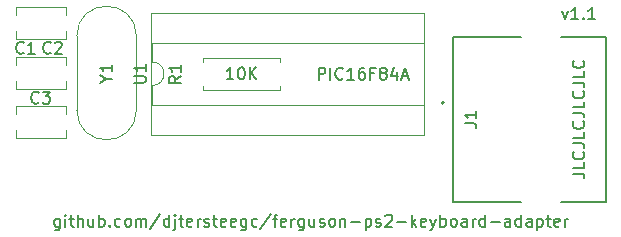
<source format=gbr>
%TF.GenerationSoftware,KiCad,Pcbnew,(6.0.11)*%
%TF.CreationDate,2023-09-03T11:13:33-05:00*%
%TF.ProjectId,ps2-to-parallel-keyboard-adapter,7073322d-746f-42d7-9061-72616c6c656c,rev?*%
%TF.SameCoordinates,Original*%
%TF.FileFunction,Legend,Top*%
%TF.FilePolarity,Positive*%
%FSLAX46Y46*%
G04 Gerber Fmt 4.6, Leading zero omitted, Abs format (unit mm)*
G04 Created by KiCad (PCBNEW (6.0.11)) date 2023-09-03 11:13:33*
%MOMM*%
%LPD*%
G01*
G04 APERTURE LIST*
%ADD10C,0.150000*%
%ADD11C,0.120000*%
%ADD12C,0.127000*%
%ADD13C,0.200000*%
G04 APERTURE END LIST*
D10*
X189825380Y-108759047D02*
X190539666Y-108759047D01*
X190682523Y-108806666D01*
X190777761Y-108901904D01*
X190825380Y-109044761D01*
X190825380Y-109140000D01*
X190825380Y-107806666D02*
X190825380Y-108282857D01*
X189825380Y-108282857D01*
X190730142Y-106901904D02*
X190777761Y-106949523D01*
X190825380Y-107092380D01*
X190825380Y-107187619D01*
X190777761Y-107330476D01*
X190682523Y-107425714D01*
X190587285Y-107473333D01*
X190396809Y-107520952D01*
X190253952Y-107520952D01*
X190063476Y-107473333D01*
X189968238Y-107425714D01*
X189873000Y-107330476D01*
X189825380Y-107187619D01*
X189825380Y-107092380D01*
X189873000Y-106949523D01*
X189920619Y-106901904D01*
X189825380Y-106187619D02*
X190539666Y-106187619D01*
X190682523Y-106235238D01*
X190777761Y-106330476D01*
X190825380Y-106473333D01*
X190825380Y-106568571D01*
X190825380Y-105235238D02*
X190825380Y-105711428D01*
X189825380Y-105711428D01*
X190730142Y-104330476D02*
X190777761Y-104378095D01*
X190825380Y-104520952D01*
X190825380Y-104616190D01*
X190777761Y-104759047D01*
X190682523Y-104854285D01*
X190587285Y-104901904D01*
X190396809Y-104949523D01*
X190253952Y-104949523D01*
X190063476Y-104901904D01*
X189968238Y-104854285D01*
X189873000Y-104759047D01*
X189825380Y-104616190D01*
X189825380Y-104520952D01*
X189873000Y-104378095D01*
X189920619Y-104330476D01*
X189825380Y-103616190D02*
X190539666Y-103616190D01*
X190682523Y-103663809D01*
X190777761Y-103759047D01*
X190825380Y-103901904D01*
X190825380Y-103997142D01*
X190825380Y-102663809D02*
X190825380Y-103140000D01*
X189825380Y-103140000D01*
X190730142Y-101759047D02*
X190777761Y-101806666D01*
X190825380Y-101949523D01*
X190825380Y-102044761D01*
X190777761Y-102187619D01*
X190682523Y-102282857D01*
X190587285Y-102330476D01*
X190396809Y-102378095D01*
X190253952Y-102378095D01*
X190063476Y-102330476D01*
X189968238Y-102282857D01*
X189873000Y-102187619D01*
X189825380Y-102044761D01*
X189825380Y-101949523D01*
X189873000Y-101806666D01*
X189920619Y-101759047D01*
X189825380Y-101044761D02*
X190539666Y-101044761D01*
X190682523Y-101092380D01*
X190777761Y-101187619D01*
X190825380Y-101330476D01*
X190825380Y-101425714D01*
X190825380Y-100092380D02*
X190825380Y-100568571D01*
X189825380Y-100568571D01*
X190730142Y-99187619D02*
X190777761Y-99235238D01*
X190825380Y-99378095D01*
X190825380Y-99473333D01*
X190777761Y-99616190D01*
X190682523Y-99711428D01*
X190587285Y-99759047D01*
X190396809Y-99806666D01*
X190253952Y-99806666D01*
X190063476Y-99759047D01*
X189968238Y-99711428D01*
X189873000Y-99616190D01*
X189825380Y-99473333D01*
X189825380Y-99378095D01*
X189873000Y-99235238D01*
X189920619Y-99187619D01*
X146401904Y-112561714D02*
X146401904Y-113371238D01*
X146354285Y-113466476D01*
X146306666Y-113514095D01*
X146211428Y-113561714D01*
X146068571Y-113561714D01*
X145973333Y-113514095D01*
X146401904Y-113180761D02*
X146306666Y-113228380D01*
X146116190Y-113228380D01*
X146020952Y-113180761D01*
X145973333Y-113133142D01*
X145925714Y-113037904D01*
X145925714Y-112752190D01*
X145973333Y-112656952D01*
X146020952Y-112609333D01*
X146116190Y-112561714D01*
X146306666Y-112561714D01*
X146401904Y-112609333D01*
X146878095Y-113228380D02*
X146878095Y-112561714D01*
X146878095Y-112228380D02*
X146830476Y-112276000D01*
X146878095Y-112323619D01*
X146925714Y-112276000D01*
X146878095Y-112228380D01*
X146878095Y-112323619D01*
X147211428Y-112561714D02*
X147592380Y-112561714D01*
X147354285Y-112228380D02*
X147354285Y-113085523D01*
X147401904Y-113180761D01*
X147497142Y-113228380D01*
X147592380Y-113228380D01*
X147925714Y-113228380D02*
X147925714Y-112228380D01*
X148354285Y-113228380D02*
X148354285Y-112704571D01*
X148306666Y-112609333D01*
X148211428Y-112561714D01*
X148068571Y-112561714D01*
X147973333Y-112609333D01*
X147925714Y-112656952D01*
X149259047Y-112561714D02*
X149259047Y-113228380D01*
X148830476Y-112561714D02*
X148830476Y-113085523D01*
X148878095Y-113180761D01*
X148973333Y-113228380D01*
X149116190Y-113228380D01*
X149211428Y-113180761D01*
X149259047Y-113133142D01*
X149735238Y-113228380D02*
X149735238Y-112228380D01*
X149735238Y-112609333D02*
X149830476Y-112561714D01*
X150020952Y-112561714D01*
X150116190Y-112609333D01*
X150163809Y-112656952D01*
X150211428Y-112752190D01*
X150211428Y-113037904D01*
X150163809Y-113133142D01*
X150116190Y-113180761D01*
X150020952Y-113228380D01*
X149830476Y-113228380D01*
X149735238Y-113180761D01*
X150640000Y-113133142D02*
X150687619Y-113180761D01*
X150640000Y-113228380D01*
X150592380Y-113180761D01*
X150640000Y-113133142D01*
X150640000Y-113228380D01*
X151544761Y-113180761D02*
X151449523Y-113228380D01*
X151259047Y-113228380D01*
X151163809Y-113180761D01*
X151116190Y-113133142D01*
X151068571Y-113037904D01*
X151068571Y-112752190D01*
X151116190Y-112656952D01*
X151163809Y-112609333D01*
X151259047Y-112561714D01*
X151449523Y-112561714D01*
X151544761Y-112609333D01*
X152116190Y-113228380D02*
X152020952Y-113180761D01*
X151973333Y-113133142D01*
X151925714Y-113037904D01*
X151925714Y-112752190D01*
X151973333Y-112656952D01*
X152020952Y-112609333D01*
X152116190Y-112561714D01*
X152259047Y-112561714D01*
X152354285Y-112609333D01*
X152401904Y-112656952D01*
X152449523Y-112752190D01*
X152449523Y-113037904D01*
X152401904Y-113133142D01*
X152354285Y-113180761D01*
X152259047Y-113228380D01*
X152116190Y-113228380D01*
X152878095Y-113228380D02*
X152878095Y-112561714D01*
X152878095Y-112656952D02*
X152925714Y-112609333D01*
X153020952Y-112561714D01*
X153163809Y-112561714D01*
X153259047Y-112609333D01*
X153306666Y-112704571D01*
X153306666Y-113228380D01*
X153306666Y-112704571D02*
X153354285Y-112609333D01*
X153449523Y-112561714D01*
X153592380Y-112561714D01*
X153687619Y-112609333D01*
X153735238Y-112704571D01*
X153735238Y-113228380D01*
X154925714Y-112180761D02*
X154068571Y-113466476D01*
X155687619Y-113228380D02*
X155687619Y-112228380D01*
X155687619Y-113180761D02*
X155592380Y-113228380D01*
X155401904Y-113228380D01*
X155306666Y-113180761D01*
X155259047Y-113133142D01*
X155211428Y-113037904D01*
X155211428Y-112752190D01*
X155259047Y-112656952D01*
X155306666Y-112609333D01*
X155401904Y-112561714D01*
X155592380Y-112561714D01*
X155687619Y-112609333D01*
X156163809Y-112561714D02*
X156163809Y-113418857D01*
X156116190Y-113514095D01*
X156020952Y-113561714D01*
X155973333Y-113561714D01*
X156163809Y-112228380D02*
X156116190Y-112276000D01*
X156163809Y-112323619D01*
X156211428Y-112276000D01*
X156163809Y-112228380D01*
X156163809Y-112323619D01*
X156497142Y-112561714D02*
X156878095Y-112561714D01*
X156640000Y-112228380D02*
X156640000Y-113085523D01*
X156687619Y-113180761D01*
X156782857Y-113228380D01*
X156878095Y-113228380D01*
X157592380Y-113180761D02*
X157497142Y-113228380D01*
X157306666Y-113228380D01*
X157211428Y-113180761D01*
X157163809Y-113085523D01*
X157163809Y-112704571D01*
X157211428Y-112609333D01*
X157306666Y-112561714D01*
X157497142Y-112561714D01*
X157592380Y-112609333D01*
X157640000Y-112704571D01*
X157640000Y-112799809D01*
X157163809Y-112895047D01*
X158068571Y-113228380D02*
X158068571Y-112561714D01*
X158068571Y-112752190D02*
X158116190Y-112656952D01*
X158163809Y-112609333D01*
X158259047Y-112561714D01*
X158354285Y-112561714D01*
X158640000Y-113180761D02*
X158735238Y-113228380D01*
X158925714Y-113228380D01*
X159020952Y-113180761D01*
X159068571Y-113085523D01*
X159068571Y-113037904D01*
X159020952Y-112942666D01*
X158925714Y-112895047D01*
X158782857Y-112895047D01*
X158687619Y-112847428D01*
X158640000Y-112752190D01*
X158640000Y-112704571D01*
X158687619Y-112609333D01*
X158782857Y-112561714D01*
X158925714Y-112561714D01*
X159020952Y-112609333D01*
X159354285Y-112561714D02*
X159735238Y-112561714D01*
X159497142Y-112228380D02*
X159497142Y-113085523D01*
X159544761Y-113180761D01*
X159640000Y-113228380D01*
X159735238Y-113228380D01*
X160449523Y-113180761D02*
X160354285Y-113228380D01*
X160163809Y-113228380D01*
X160068571Y-113180761D01*
X160020952Y-113085523D01*
X160020952Y-112704571D01*
X160068571Y-112609333D01*
X160163809Y-112561714D01*
X160354285Y-112561714D01*
X160449523Y-112609333D01*
X160497142Y-112704571D01*
X160497142Y-112799809D01*
X160020952Y-112895047D01*
X161306666Y-113180761D02*
X161211428Y-113228380D01*
X161020952Y-113228380D01*
X160925714Y-113180761D01*
X160878095Y-113085523D01*
X160878095Y-112704571D01*
X160925714Y-112609333D01*
X161020952Y-112561714D01*
X161211428Y-112561714D01*
X161306666Y-112609333D01*
X161354285Y-112704571D01*
X161354285Y-112799809D01*
X160878095Y-112895047D01*
X162211428Y-112561714D02*
X162211428Y-113371238D01*
X162163809Y-113466476D01*
X162116190Y-113514095D01*
X162020952Y-113561714D01*
X161878095Y-113561714D01*
X161782857Y-113514095D01*
X162211428Y-113180761D02*
X162116190Y-113228380D01*
X161925714Y-113228380D01*
X161830476Y-113180761D01*
X161782857Y-113133142D01*
X161735238Y-113037904D01*
X161735238Y-112752190D01*
X161782857Y-112656952D01*
X161830476Y-112609333D01*
X161925714Y-112561714D01*
X162116190Y-112561714D01*
X162211428Y-112609333D01*
X163116190Y-113180761D02*
X163020952Y-113228380D01*
X162830476Y-113228380D01*
X162735238Y-113180761D01*
X162687619Y-113133142D01*
X162640000Y-113037904D01*
X162640000Y-112752190D01*
X162687619Y-112656952D01*
X162735238Y-112609333D01*
X162830476Y-112561714D01*
X163020952Y-112561714D01*
X163116190Y-112609333D01*
X164259047Y-112180761D02*
X163401904Y-113466476D01*
X164449523Y-112561714D02*
X164830476Y-112561714D01*
X164592380Y-113228380D02*
X164592380Y-112371238D01*
X164640000Y-112276000D01*
X164735238Y-112228380D01*
X164830476Y-112228380D01*
X165544761Y-113180761D02*
X165449523Y-113228380D01*
X165259047Y-113228380D01*
X165163809Y-113180761D01*
X165116190Y-113085523D01*
X165116190Y-112704571D01*
X165163809Y-112609333D01*
X165259047Y-112561714D01*
X165449523Y-112561714D01*
X165544761Y-112609333D01*
X165592380Y-112704571D01*
X165592380Y-112799809D01*
X165116190Y-112895047D01*
X166020952Y-113228380D02*
X166020952Y-112561714D01*
X166020952Y-112752190D02*
X166068571Y-112656952D01*
X166116190Y-112609333D01*
X166211428Y-112561714D01*
X166306666Y-112561714D01*
X167068571Y-112561714D02*
X167068571Y-113371238D01*
X167020952Y-113466476D01*
X166973333Y-113514095D01*
X166878095Y-113561714D01*
X166735238Y-113561714D01*
X166640000Y-113514095D01*
X167068571Y-113180761D02*
X166973333Y-113228380D01*
X166782857Y-113228380D01*
X166687619Y-113180761D01*
X166640000Y-113133142D01*
X166592380Y-113037904D01*
X166592380Y-112752190D01*
X166640000Y-112656952D01*
X166687619Y-112609333D01*
X166782857Y-112561714D01*
X166973333Y-112561714D01*
X167068571Y-112609333D01*
X167973333Y-112561714D02*
X167973333Y-113228380D01*
X167544761Y-112561714D02*
X167544761Y-113085523D01*
X167592380Y-113180761D01*
X167687619Y-113228380D01*
X167830476Y-113228380D01*
X167925714Y-113180761D01*
X167973333Y-113133142D01*
X168401904Y-113180761D02*
X168497142Y-113228380D01*
X168687619Y-113228380D01*
X168782857Y-113180761D01*
X168830476Y-113085523D01*
X168830476Y-113037904D01*
X168782857Y-112942666D01*
X168687619Y-112895047D01*
X168544761Y-112895047D01*
X168449523Y-112847428D01*
X168401904Y-112752190D01*
X168401904Y-112704571D01*
X168449523Y-112609333D01*
X168544761Y-112561714D01*
X168687619Y-112561714D01*
X168782857Y-112609333D01*
X169401904Y-113228380D02*
X169306666Y-113180761D01*
X169259047Y-113133142D01*
X169211428Y-113037904D01*
X169211428Y-112752190D01*
X169259047Y-112656952D01*
X169306666Y-112609333D01*
X169401904Y-112561714D01*
X169544761Y-112561714D01*
X169640000Y-112609333D01*
X169687619Y-112656952D01*
X169735238Y-112752190D01*
X169735238Y-113037904D01*
X169687619Y-113133142D01*
X169640000Y-113180761D01*
X169544761Y-113228380D01*
X169401904Y-113228380D01*
X170163809Y-112561714D02*
X170163809Y-113228380D01*
X170163809Y-112656952D02*
X170211428Y-112609333D01*
X170306666Y-112561714D01*
X170449523Y-112561714D01*
X170544761Y-112609333D01*
X170592380Y-112704571D01*
X170592380Y-113228380D01*
X171068571Y-112847428D02*
X171830476Y-112847428D01*
X172306666Y-112561714D02*
X172306666Y-113561714D01*
X172306666Y-112609333D02*
X172401904Y-112561714D01*
X172592380Y-112561714D01*
X172687619Y-112609333D01*
X172735238Y-112656952D01*
X172782857Y-112752190D01*
X172782857Y-113037904D01*
X172735238Y-113133142D01*
X172687619Y-113180761D01*
X172592380Y-113228380D01*
X172401904Y-113228380D01*
X172306666Y-113180761D01*
X173163809Y-113180761D02*
X173259047Y-113228380D01*
X173449523Y-113228380D01*
X173544761Y-113180761D01*
X173592380Y-113085523D01*
X173592380Y-113037904D01*
X173544761Y-112942666D01*
X173449523Y-112895047D01*
X173306666Y-112895047D01*
X173211428Y-112847428D01*
X173163809Y-112752190D01*
X173163809Y-112704571D01*
X173211428Y-112609333D01*
X173306666Y-112561714D01*
X173449523Y-112561714D01*
X173544761Y-112609333D01*
X173973333Y-112323619D02*
X174020952Y-112276000D01*
X174116190Y-112228380D01*
X174354285Y-112228380D01*
X174449523Y-112276000D01*
X174497142Y-112323619D01*
X174544761Y-112418857D01*
X174544761Y-112514095D01*
X174497142Y-112656952D01*
X173925714Y-113228380D01*
X174544761Y-113228380D01*
X174973333Y-112847428D02*
X175735238Y-112847428D01*
X176211428Y-113228380D02*
X176211428Y-112228380D01*
X176306666Y-112847428D02*
X176592380Y-113228380D01*
X176592380Y-112561714D02*
X176211428Y-112942666D01*
X177401904Y-113180761D02*
X177306666Y-113228380D01*
X177116190Y-113228380D01*
X177020952Y-113180761D01*
X176973333Y-113085523D01*
X176973333Y-112704571D01*
X177020952Y-112609333D01*
X177116190Y-112561714D01*
X177306666Y-112561714D01*
X177401904Y-112609333D01*
X177449523Y-112704571D01*
X177449523Y-112799809D01*
X176973333Y-112895047D01*
X177782857Y-112561714D02*
X178020952Y-113228380D01*
X178259047Y-112561714D02*
X178020952Y-113228380D01*
X177925714Y-113466476D01*
X177878095Y-113514095D01*
X177782857Y-113561714D01*
X178640000Y-113228380D02*
X178640000Y-112228380D01*
X178640000Y-112609333D02*
X178735238Y-112561714D01*
X178925714Y-112561714D01*
X179020952Y-112609333D01*
X179068571Y-112656952D01*
X179116190Y-112752190D01*
X179116190Y-113037904D01*
X179068571Y-113133142D01*
X179020952Y-113180761D01*
X178925714Y-113228380D01*
X178735238Y-113228380D01*
X178640000Y-113180761D01*
X179687619Y-113228380D02*
X179592380Y-113180761D01*
X179544761Y-113133142D01*
X179497142Y-113037904D01*
X179497142Y-112752190D01*
X179544761Y-112656952D01*
X179592380Y-112609333D01*
X179687619Y-112561714D01*
X179830476Y-112561714D01*
X179925714Y-112609333D01*
X179973333Y-112656952D01*
X180020952Y-112752190D01*
X180020952Y-113037904D01*
X179973333Y-113133142D01*
X179925714Y-113180761D01*
X179830476Y-113228380D01*
X179687619Y-113228380D01*
X180878095Y-113228380D02*
X180878095Y-112704571D01*
X180830476Y-112609333D01*
X180735238Y-112561714D01*
X180544761Y-112561714D01*
X180449523Y-112609333D01*
X180878095Y-113180761D02*
X180782857Y-113228380D01*
X180544761Y-113228380D01*
X180449523Y-113180761D01*
X180401904Y-113085523D01*
X180401904Y-112990285D01*
X180449523Y-112895047D01*
X180544761Y-112847428D01*
X180782857Y-112847428D01*
X180878095Y-112799809D01*
X181354285Y-113228380D02*
X181354285Y-112561714D01*
X181354285Y-112752190D02*
X181401904Y-112656952D01*
X181449523Y-112609333D01*
X181544761Y-112561714D01*
X181639999Y-112561714D01*
X182401904Y-113228380D02*
X182401904Y-112228380D01*
X182401904Y-113180761D02*
X182306666Y-113228380D01*
X182116190Y-113228380D01*
X182020952Y-113180761D01*
X181973333Y-113133142D01*
X181925714Y-113037904D01*
X181925714Y-112752190D01*
X181973333Y-112656952D01*
X182020952Y-112609333D01*
X182116190Y-112561714D01*
X182306666Y-112561714D01*
X182401904Y-112609333D01*
X182878095Y-112847428D02*
X183639999Y-112847428D01*
X184544761Y-113228380D02*
X184544761Y-112704571D01*
X184497142Y-112609333D01*
X184401904Y-112561714D01*
X184211428Y-112561714D01*
X184116190Y-112609333D01*
X184544761Y-113180761D02*
X184449523Y-113228380D01*
X184211428Y-113228380D01*
X184116190Y-113180761D01*
X184068571Y-113085523D01*
X184068571Y-112990285D01*
X184116190Y-112895047D01*
X184211428Y-112847428D01*
X184449523Y-112847428D01*
X184544761Y-112799809D01*
X185449523Y-113228380D02*
X185449523Y-112228380D01*
X185449523Y-113180761D02*
X185354285Y-113228380D01*
X185163809Y-113228380D01*
X185068571Y-113180761D01*
X185020952Y-113133142D01*
X184973333Y-113037904D01*
X184973333Y-112752190D01*
X185020952Y-112656952D01*
X185068571Y-112609333D01*
X185163809Y-112561714D01*
X185354285Y-112561714D01*
X185449523Y-112609333D01*
X186354285Y-113228380D02*
X186354285Y-112704571D01*
X186306666Y-112609333D01*
X186211428Y-112561714D01*
X186020952Y-112561714D01*
X185925714Y-112609333D01*
X186354285Y-113180761D02*
X186259047Y-113228380D01*
X186020952Y-113228380D01*
X185925714Y-113180761D01*
X185878095Y-113085523D01*
X185878095Y-112990285D01*
X185925714Y-112895047D01*
X186020952Y-112847428D01*
X186259047Y-112847428D01*
X186354285Y-112799809D01*
X186830476Y-112561714D02*
X186830476Y-113561714D01*
X186830476Y-112609333D02*
X186925714Y-112561714D01*
X187116190Y-112561714D01*
X187211428Y-112609333D01*
X187259047Y-112656952D01*
X187306666Y-112752190D01*
X187306666Y-113037904D01*
X187259047Y-113133142D01*
X187211428Y-113180761D01*
X187116190Y-113228380D01*
X186925714Y-113228380D01*
X186830476Y-113180761D01*
X187592380Y-112561714D02*
X187973333Y-112561714D01*
X187735238Y-112228380D02*
X187735238Y-113085523D01*
X187782857Y-113180761D01*
X187878095Y-113228380D01*
X187973333Y-113228380D01*
X188687619Y-113180761D02*
X188592380Y-113228380D01*
X188401904Y-113228380D01*
X188306666Y-113180761D01*
X188259047Y-113085523D01*
X188259047Y-112704571D01*
X188306666Y-112609333D01*
X188401904Y-112561714D01*
X188592380Y-112561714D01*
X188687619Y-112609333D01*
X188735238Y-112704571D01*
X188735238Y-112799809D01*
X188259047Y-112895047D01*
X189163809Y-113228380D02*
X189163809Y-112561714D01*
X189163809Y-112752190D02*
X189211428Y-112656952D01*
X189259047Y-112609333D01*
X189354285Y-112561714D01*
X189449523Y-112561714D01*
X188919028Y-95010314D02*
X189157123Y-95676980D01*
X189395219Y-95010314D01*
X190299980Y-95676980D02*
X189728552Y-95676980D01*
X190014266Y-95676980D02*
X190014266Y-94676980D01*
X189919028Y-94819838D01*
X189823790Y-94915076D01*
X189728552Y-94962695D01*
X190728552Y-95581742D02*
X190776171Y-95629361D01*
X190728552Y-95676980D01*
X190680933Y-95629361D01*
X190728552Y-95581742D01*
X190728552Y-95676980D01*
X191728552Y-95676980D02*
X191157123Y-95676980D01*
X191442838Y-95676980D02*
X191442838Y-94676980D01*
X191347600Y-94819838D01*
X191252361Y-94915076D01*
X191157123Y-94962695D01*
%TO.C,C3*%
X144613333Y-102719142D02*
X144565714Y-102766761D01*
X144422857Y-102814380D01*
X144327619Y-102814380D01*
X144184761Y-102766761D01*
X144089523Y-102671523D01*
X144041904Y-102576285D01*
X143994285Y-102385809D01*
X143994285Y-102242952D01*
X144041904Y-102052476D01*
X144089523Y-101957238D01*
X144184761Y-101862000D01*
X144327619Y-101814380D01*
X144422857Y-101814380D01*
X144565714Y-101862000D01*
X144613333Y-101909619D01*
X144946666Y-101814380D02*
X145565714Y-101814380D01*
X145232380Y-102195333D01*
X145375238Y-102195333D01*
X145470476Y-102242952D01*
X145518095Y-102290571D01*
X145565714Y-102385809D01*
X145565714Y-102623904D01*
X145518095Y-102719142D01*
X145470476Y-102766761D01*
X145375238Y-102814380D01*
X145089523Y-102814380D01*
X144994285Y-102766761D01*
X144946666Y-102719142D01*
%TO.C,R1*%
X156662380Y-100496666D02*
X156186190Y-100830000D01*
X156662380Y-101068095D02*
X155662380Y-101068095D01*
X155662380Y-100687142D01*
X155710000Y-100591904D01*
X155757619Y-100544285D01*
X155852857Y-100496666D01*
X155995714Y-100496666D01*
X156090952Y-100544285D01*
X156138571Y-100591904D01*
X156186190Y-100687142D01*
X156186190Y-101068095D01*
X156662380Y-99544285D02*
X156662380Y-100115714D01*
X156662380Y-99830000D02*
X155662380Y-99830000D01*
X155805238Y-99925238D01*
X155900476Y-100020476D01*
X155948095Y-100115714D01*
X161107523Y-100762380D02*
X160536095Y-100762380D01*
X160821809Y-100762380D02*
X160821809Y-99762380D01*
X160726571Y-99905238D01*
X160631333Y-100000476D01*
X160536095Y-100048095D01*
X161726571Y-99762380D02*
X161821809Y-99762380D01*
X161917047Y-99810000D01*
X161964666Y-99857619D01*
X162012285Y-99952857D01*
X162059904Y-100143333D01*
X162059904Y-100381428D01*
X162012285Y-100571904D01*
X161964666Y-100667142D01*
X161917047Y-100714761D01*
X161821809Y-100762380D01*
X161726571Y-100762380D01*
X161631333Y-100714761D01*
X161583714Y-100667142D01*
X161536095Y-100571904D01*
X161488476Y-100381428D01*
X161488476Y-100143333D01*
X161536095Y-99952857D01*
X161583714Y-99857619D01*
X161631333Y-99810000D01*
X161726571Y-99762380D01*
X162488476Y-100762380D02*
X162488476Y-99762380D01*
X163059904Y-100762380D02*
X162631333Y-100190952D01*
X163059904Y-99762380D02*
X162488476Y-100333809D01*
%TO.C,C1*%
X143343333Y-98502742D02*
X143295714Y-98550361D01*
X143152857Y-98597980D01*
X143057619Y-98597980D01*
X142914761Y-98550361D01*
X142819523Y-98455123D01*
X142771904Y-98359885D01*
X142724285Y-98169409D01*
X142724285Y-98026552D01*
X142771904Y-97836076D01*
X142819523Y-97740838D01*
X142914761Y-97645600D01*
X143057619Y-97597980D01*
X143152857Y-97597980D01*
X143295714Y-97645600D01*
X143343333Y-97693219D01*
X144295714Y-98597980D02*
X143724285Y-98597980D01*
X144010000Y-98597980D02*
X144010000Y-97597980D01*
X143914761Y-97740838D01*
X143819523Y-97836076D01*
X143724285Y-97883695D01*
%TO.C,U1*%
X152682380Y-101061904D02*
X153491904Y-101061904D01*
X153587142Y-101014285D01*
X153634761Y-100966666D01*
X153682380Y-100871428D01*
X153682380Y-100680952D01*
X153634761Y-100585714D01*
X153587142Y-100538095D01*
X153491904Y-100490476D01*
X152682380Y-100490476D01*
X153682380Y-99490476D02*
X153682380Y-100061904D01*
X153682380Y-99776190D02*
X152682380Y-99776190D01*
X152825238Y-99871428D01*
X152920476Y-99966666D01*
X152968095Y-100061904D01*
X168323095Y-100782380D02*
X168323095Y-99782380D01*
X168704047Y-99782380D01*
X168799285Y-99830000D01*
X168846904Y-99877619D01*
X168894523Y-99972857D01*
X168894523Y-100115714D01*
X168846904Y-100210952D01*
X168799285Y-100258571D01*
X168704047Y-100306190D01*
X168323095Y-100306190D01*
X169323095Y-100782380D02*
X169323095Y-99782380D01*
X170370714Y-100687142D02*
X170323095Y-100734761D01*
X170180238Y-100782380D01*
X170085000Y-100782380D01*
X169942142Y-100734761D01*
X169846904Y-100639523D01*
X169799285Y-100544285D01*
X169751666Y-100353809D01*
X169751666Y-100210952D01*
X169799285Y-100020476D01*
X169846904Y-99925238D01*
X169942142Y-99830000D01*
X170085000Y-99782380D01*
X170180238Y-99782380D01*
X170323095Y-99830000D01*
X170370714Y-99877619D01*
X171323095Y-100782380D02*
X170751666Y-100782380D01*
X171037380Y-100782380D02*
X171037380Y-99782380D01*
X170942142Y-99925238D01*
X170846904Y-100020476D01*
X170751666Y-100068095D01*
X172180238Y-99782380D02*
X171989761Y-99782380D01*
X171894523Y-99830000D01*
X171846904Y-99877619D01*
X171751666Y-100020476D01*
X171704047Y-100210952D01*
X171704047Y-100591904D01*
X171751666Y-100687142D01*
X171799285Y-100734761D01*
X171894523Y-100782380D01*
X172085000Y-100782380D01*
X172180238Y-100734761D01*
X172227857Y-100687142D01*
X172275476Y-100591904D01*
X172275476Y-100353809D01*
X172227857Y-100258571D01*
X172180238Y-100210952D01*
X172085000Y-100163333D01*
X171894523Y-100163333D01*
X171799285Y-100210952D01*
X171751666Y-100258571D01*
X171704047Y-100353809D01*
X173037380Y-100258571D02*
X172704047Y-100258571D01*
X172704047Y-100782380D02*
X172704047Y-99782380D01*
X173180238Y-99782380D01*
X173704047Y-100210952D02*
X173608809Y-100163333D01*
X173561190Y-100115714D01*
X173513571Y-100020476D01*
X173513571Y-99972857D01*
X173561190Y-99877619D01*
X173608809Y-99830000D01*
X173704047Y-99782380D01*
X173894523Y-99782380D01*
X173989761Y-99830000D01*
X174037380Y-99877619D01*
X174085000Y-99972857D01*
X174085000Y-100020476D01*
X174037380Y-100115714D01*
X173989761Y-100163333D01*
X173894523Y-100210952D01*
X173704047Y-100210952D01*
X173608809Y-100258571D01*
X173561190Y-100306190D01*
X173513571Y-100401428D01*
X173513571Y-100591904D01*
X173561190Y-100687142D01*
X173608809Y-100734761D01*
X173704047Y-100782380D01*
X173894523Y-100782380D01*
X173989761Y-100734761D01*
X174037380Y-100687142D01*
X174085000Y-100591904D01*
X174085000Y-100401428D01*
X174037380Y-100306190D01*
X173989761Y-100258571D01*
X173894523Y-100210952D01*
X174942142Y-100115714D02*
X174942142Y-100782380D01*
X174704047Y-99734761D02*
X174465952Y-100449047D01*
X175085000Y-100449047D01*
X175418333Y-100496666D02*
X175894523Y-100496666D01*
X175323095Y-100782380D02*
X175656428Y-99782380D01*
X175989761Y-100782380D01*
%TO.C,Y1*%
X150344190Y-100716190D02*
X150820380Y-100716190D01*
X149820380Y-101049523D02*
X150344190Y-100716190D01*
X149820380Y-100382857D01*
X150820380Y-99525714D02*
X150820380Y-100097142D01*
X150820380Y-99811428D02*
X149820380Y-99811428D01*
X149963238Y-99906666D01*
X150058476Y-100001904D01*
X150106095Y-100097142D01*
%TO.C,J1*%
X180681380Y-104473333D02*
X181395666Y-104473333D01*
X181538523Y-104520952D01*
X181633761Y-104616190D01*
X181681380Y-104759047D01*
X181681380Y-104854285D01*
X181681380Y-103473333D02*
X181681380Y-104044761D01*
X181681380Y-103759047D02*
X180681380Y-103759047D01*
X180824238Y-103854285D01*
X180919476Y-103949523D01*
X180967095Y-104044761D01*
%TO.C,C2*%
X145629333Y-98502742D02*
X145581714Y-98550361D01*
X145438857Y-98597980D01*
X145343619Y-98597980D01*
X145200761Y-98550361D01*
X145105523Y-98455123D01*
X145057904Y-98359885D01*
X145010285Y-98169409D01*
X145010285Y-98026552D01*
X145057904Y-97836076D01*
X145105523Y-97740838D01*
X145200761Y-97645600D01*
X145343619Y-97597980D01*
X145438857Y-97597980D01*
X145581714Y-97645600D01*
X145629333Y-97693219D01*
X146010285Y-97693219D02*
X146057904Y-97645600D01*
X146153142Y-97597980D01*
X146391238Y-97597980D01*
X146486476Y-97645600D01*
X146534095Y-97693219D01*
X146581714Y-97788457D01*
X146581714Y-97883695D01*
X146534095Y-98026552D01*
X145962666Y-98597980D01*
X146581714Y-98597980D01*
D11*
%TO.C,C3*%
X146920000Y-105764000D02*
X146920000Y-105059000D01*
X146920000Y-103024000D02*
X142680000Y-103024000D01*
X146920000Y-105764000D02*
X142680000Y-105764000D01*
X142680000Y-103729000D02*
X142680000Y-103024000D01*
X146920000Y-103729000D02*
X146920000Y-103024000D01*
X142680000Y-105764000D02*
X142680000Y-105059000D01*
%TO.C,R1*%
X158528000Y-98940000D02*
X158528000Y-99270000D01*
X165068000Y-101680000D02*
X158528000Y-101680000D01*
X165068000Y-99270000D02*
X165068000Y-98940000D01*
X158528000Y-101680000D02*
X158528000Y-101350000D01*
X165068000Y-98940000D02*
X158528000Y-98940000D01*
X165068000Y-101350000D02*
X165068000Y-101680000D01*
%TO.C,C1*%
X142660000Y-94642000D02*
X146900000Y-94642000D01*
X142660000Y-97382000D02*
X146900000Y-97382000D01*
X142660000Y-94642000D02*
X142660000Y-95347000D01*
X146900000Y-96677000D02*
X146900000Y-97382000D01*
X146900000Y-94642000D02*
X146900000Y-95347000D01*
X142660000Y-96677000D02*
X142660000Y-97382000D01*
%TO.C,U1*%
X154170000Y-105440000D02*
X177270000Y-105440000D01*
X154230000Y-97650000D02*
X154230000Y-99300000D01*
X154230000Y-102950000D02*
X177210000Y-102950000D01*
X154170000Y-95160000D02*
X154170000Y-105440000D01*
X154230000Y-101300000D02*
X154230000Y-102950000D01*
X177270000Y-105440000D02*
X177270000Y-95160000D01*
X177210000Y-97650000D02*
X154230000Y-97650000D01*
X177210000Y-102950000D02*
X177210000Y-97650000D01*
X177270000Y-95160000D02*
X154170000Y-95160000D01*
X154230000Y-101300000D02*
G75*
G03*
X154230000Y-99300000I0J1000000D01*
G01*
%TO.C,Y1*%
X147843000Y-97105000D02*
X147843000Y-103355000D01*
X152893000Y-97105000D02*
X152893000Y-103355000D01*
X147843000Y-103355000D02*
G75*
G03*
X152893000Y-103355000I2525000J0D01*
G01*
X152893000Y-97105000D02*
G75*
G03*
X147843000Y-97105000I-2525000J0D01*
G01*
D12*
%TO.C,J1*%
X179660000Y-111140000D02*
X179660000Y-97140000D01*
X192660000Y-111140000D02*
X188875000Y-111140000D01*
X192660000Y-97140000D02*
X188875000Y-97140000D01*
X185445000Y-111140000D02*
X179660000Y-111140000D01*
X192660000Y-97140000D02*
X192660000Y-111140000D01*
X179660000Y-97140000D02*
X185445000Y-97140000D01*
D13*
X178926000Y-102756000D02*
G75*
G03*
X178926000Y-102756000I-100000J0D01*
G01*
D11*
%TO.C,C2*%
X142660000Y-98833000D02*
X142660000Y-99538000D01*
X146900000Y-100868000D02*
X146900000Y-101573000D01*
X142660000Y-100868000D02*
X142660000Y-101573000D01*
X146900000Y-98833000D02*
X146900000Y-99538000D01*
X142660000Y-98833000D02*
X146900000Y-98833000D01*
X142660000Y-101573000D02*
X146900000Y-101573000D01*
%TD*%
M02*

</source>
